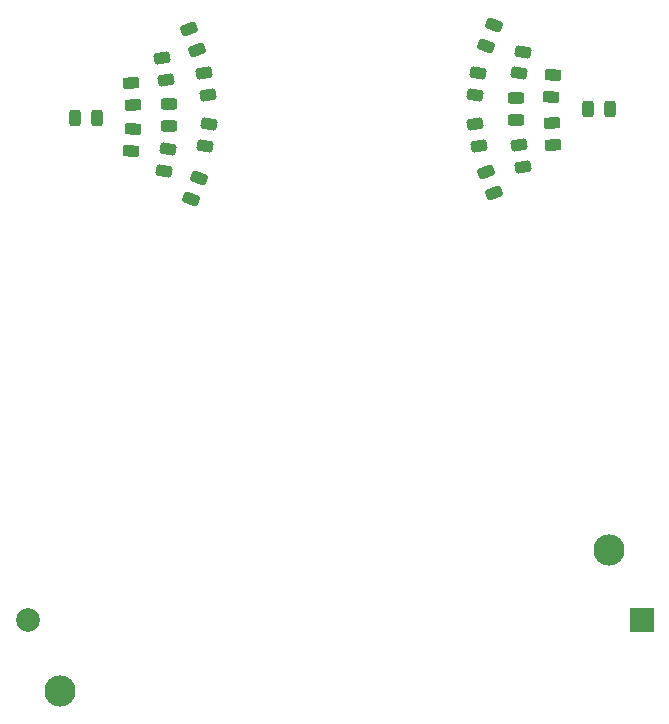
<source format=gts>
%TF.GenerationSoftware,KiCad,Pcbnew,(6.0.0-0)*%
%TF.CreationDate,2022-07-31T01:07:45-04:00*%
%TF.ProjectId,sam-bday-21,73616d2d-6264-4617-992d-32312e6b6963,v1*%
%TF.SameCoordinates,Original*%
%TF.FileFunction,Soldermask,Top*%
%TF.FilePolarity,Negative*%
%FSLAX46Y46*%
G04 Gerber Fmt 4.6, Leading zero omitted, Abs format (unit mm)*
G04 Created by KiCad (PCBNEW (6.0.0-0)) date 2022-07-31 01:07:45*
%MOMM*%
%LPD*%
G01*
G04 APERTURE LIST*
G04 Aperture macros list*
%AMRoundRect*
0 Rectangle with rounded corners*
0 $1 Rounding radius*
0 $2 $3 $4 $5 $6 $7 $8 $9 X,Y pos of 4 corners*
0 Add a 4 corners polygon primitive as box body*
4,1,4,$2,$3,$4,$5,$6,$7,$8,$9,$2,$3,0*
0 Add four circle primitives for the rounded corners*
1,1,$1+$1,$2,$3*
1,1,$1+$1,$4,$5*
1,1,$1+$1,$6,$7*
1,1,$1+$1,$8,$9*
0 Add four rect primitives between the rounded corners*
20,1,$1+$1,$2,$3,$4,$5,0*
20,1,$1+$1,$4,$5,$6,$7,0*
20,1,$1+$1,$6,$7,$8,$9,0*
20,1,$1+$1,$8,$9,$2,$3,0*%
G04 Aperture macros list end*
%ADD10RoundRect,0.243750X0.491645X-0.160820X0.406992X0.319274X-0.491645X0.160820X-0.406992X-0.319274X0*%
%ADD11RoundRect,0.243750X0.433270X-0.282587X0.475758X0.203058X-0.433270X0.282587X-0.475758X-0.203058X0*%
%ADD12RoundRect,0.243750X0.456250X-0.243750X0.456250X0.243750X-0.456250X0.243750X-0.456250X-0.243750X0*%
%ADD13RoundRect,0.243750X0.512102X-0.073003X0.345367X0.385097X-0.512102X0.073003X-0.345367X-0.385097X0*%
%ADD14RoundRect,0.243750X0.406992X-0.319274X0.491645X0.160820X-0.406992X0.319274X-0.491645X-0.160820X0*%
%ADD15RoundRect,0.243750X0.243750X0.456250X-0.243750X0.456250X-0.243750X-0.456250X0.243750X-0.456250X0*%
%ADD16RoundRect,0.243750X0.345367X-0.385097X0.512102X0.073003X-0.345367X0.385097X-0.512102X-0.073003X0*%
%ADD17RoundRect,0.243750X0.475758X-0.203058X0.433270X0.282587X-0.475758X0.203058X-0.433270X-0.282587X0*%
%ADD18C,2.000000*%
%ADD19R,2.000000X2.000000*%
%ADD20C,2.640000*%
%ADD21RoundRect,0.243750X-0.243750X-0.456250X0.243750X-0.456250X0.243750X0.456250X-0.243750X0.456250X0*%
G04 APERTURE END LIST*
D10*
%TO.C,D7*%
X122025710Y-64460186D03*
X122351300Y-66306700D03*
%TD*%
D11*
%TO.C,D6*%
X155125609Y-65893467D03*
X154962191Y-67761333D03*
%TD*%
D12*
%TO.C,D10*%
X151954656Y-67837662D03*
X151954656Y-69712662D03*
%TD*%
D10*
%TO.C,D12*%
X152585046Y-73671976D03*
X152259456Y-71825462D03*
%TD*%
D13*
%TO.C,D14*%
X150106744Y-75896486D03*
X149465456Y-74134562D03*
%TD*%
D14*
%TO.C,D18*%
X148479466Y-67599076D03*
X148805056Y-65752562D03*
%TD*%
%TO.C,D17*%
X125956295Y-70057043D03*
X125630705Y-71903557D03*
%TD*%
%TO.C,D8*%
X152534246Y-63908348D03*
X152208656Y-65754862D03*
%TD*%
D12*
%TO.C,D9*%
X122605300Y-68317900D03*
X122605300Y-70192900D03*
%TD*%
D13*
%TO.C,D13*%
X124329856Y-61971338D03*
X124971144Y-63733262D03*
%TD*%
D11*
%TO.C,D5*%
X119562809Y-70452767D03*
X119399391Y-72320633D03*
%TD*%
D15*
%TO.C,D1*%
X114622100Y-69494900D03*
X116497100Y-69494900D03*
%TD*%
D16*
%TO.C,D19*%
X124478612Y-76382462D03*
X125119900Y-74620538D03*
%TD*%
D10*
%TO.C,D15*%
X125605305Y-65713643D03*
X125930895Y-67560157D03*
%TD*%
D17*
%TO.C,D4*%
X154993100Y-69951600D03*
X155156518Y-71819466D03*
%TD*%
D18*
%TO.C,BT1*%
X110646200Y-112064800D03*
D19*
X162636200Y-112064800D03*
D20*
X159886200Y-106069800D03*
X113406200Y-118059800D03*
%TD*%
D14*
%TO.C,D11*%
X122503700Y-72174100D03*
X122178110Y-74020614D03*
%TD*%
D17*
%TO.C,D3*%
X119399391Y-66589667D03*
X119562809Y-68457533D03*
%TD*%
D21*
%TO.C,D2*%
X159941500Y-68808600D03*
X158066500Y-68808600D03*
%TD*%
D10*
%TO.C,D16*%
X148500256Y-70019762D03*
X148825846Y-71866276D03*
%TD*%
D16*
%TO.C,D20*%
X149440056Y-63415762D03*
X150081344Y-61653838D03*
%TD*%
M02*

</source>
